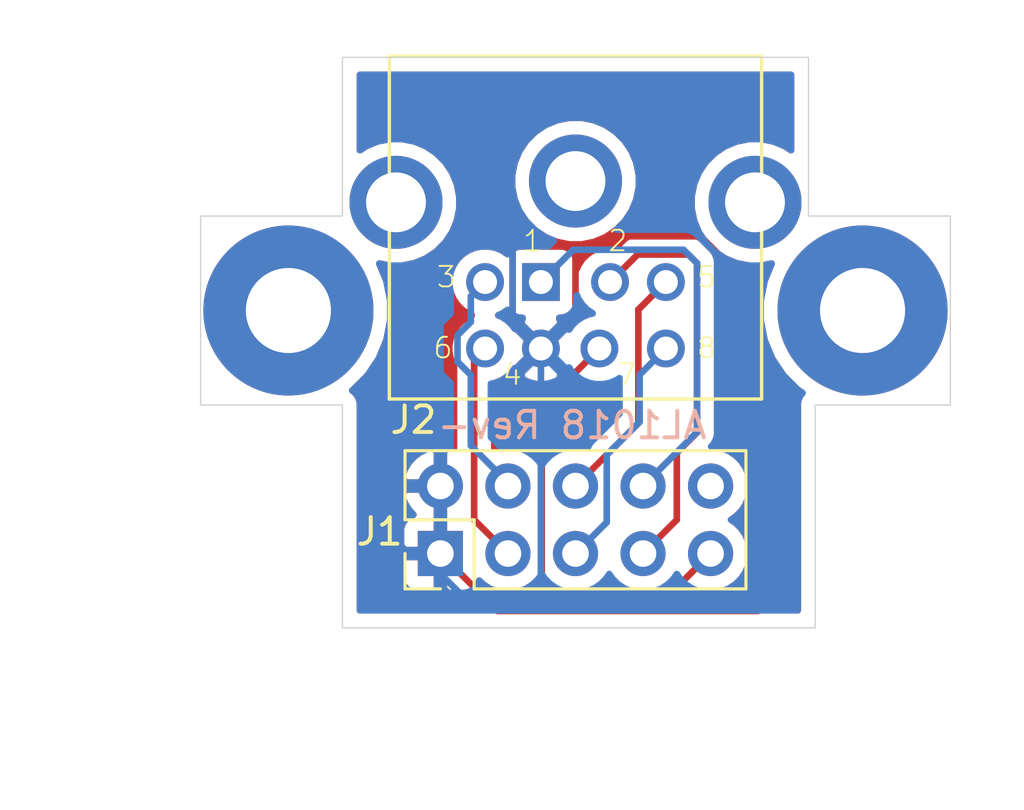
<source format=kicad_pcb>
(kicad_pcb (version 20171130) (host pcbnew 5.1.10-88a1d61d58~89~ubuntu20.04.1)

  (general
    (thickness 1.6)
    (drawings 13)
    (tracks 69)
    (zones 0)
    (modules 4)
    (nets 10)
  )

  (page A4)
  (layers
    (0 F.Cu signal)
    (31 B.Cu signal)
    (32 B.Adhes user)
    (33 F.Adhes user)
    (34 B.Paste user)
    (35 F.Paste user)
    (36 B.SilkS user)
    (37 F.SilkS user)
    (38 B.Mask user)
    (39 F.Mask user)
    (40 Dwgs.User user)
    (41 Cmts.User user)
    (42 Eco1.User user)
    (43 Eco2.User user)
    (44 Edge.Cuts user)
    (45 Margin user)
    (46 B.CrtYd user)
    (47 F.CrtYd user)
    (48 B.Fab user)
    (49 F.Fab user)
  )

  (setup
    (last_trace_width 0.25)
    (trace_clearance 0.2)
    (zone_clearance 0.508)
    (zone_45_only no)
    (trace_min 0.2)
    (via_size 0.8)
    (via_drill 0.4)
    (via_min_size 0.4)
    (via_min_drill 0.3)
    (uvia_size 0.3)
    (uvia_drill 0.1)
    (uvias_allowed no)
    (uvia_min_size 0.2)
    (uvia_min_drill 0.1)
    (edge_width 0.05)
    (segment_width 0.2)
    (pcb_text_width 0.3)
    (pcb_text_size 1.5 1.5)
    (mod_edge_width 0.12)
    (mod_text_size 1 1)
    (mod_text_width 0.15)
    (pad_size 1.524 1.524)
    (pad_drill 0.762)
    (pad_to_mask_clearance 0)
    (aux_axis_origin 0 0)
    (visible_elements FFFFFF7F)
    (pcbplotparams
      (layerselection 0x010fc_ffffffff)
      (usegerberextensions true)
      (usegerberattributes true)
      (usegerberadvancedattributes true)
      (creategerberjobfile true)
      (excludeedgelayer true)
      (linewidth 0.150000)
      (plotframeref false)
      (viasonmask false)
      (mode 1)
      (useauxorigin false)
      (hpglpennumber 1)
      (hpglpenspeed 20)
      (hpglpendiameter 15.000000)
      (psnegative false)
      (psa4output false)
      (plotreference true)
      (plotvalue false)
      (plotinvisibletext false)
      (padsonsilk false)
      (subtractmaskfromsilk false)
      (outputformat 1)
      (mirror false)
      (drillshape 0)
      (scaleselection 1)
      (outputdirectory "cam/"))
  )

  (net 0 "")
  (net 1 +5V)
  (net 2 /GPi)
  (net 3 /HSKo)
  (net 4 /HSKi)
  (net 5 /RXD-)
  (net 6 /RXD+)
  (net 7 /TXD-)
  (net 8 /TXD+)
  (net 9 GND)

  (net_class Default "This is the default net class."
    (clearance 0.2)
    (trace_width 0.25)
    (via_dia 0.8)
    (via_drill 0.4)
    (uvia_dia 0.3)
    (uvia_drill 0.1)
    (add_net +5V)
    (add_net /GPi)
    (add_net /HSKi)
    (add_net /HSKo)
    (add_net /RXD+)
    (add_net /RXD-)
    (add_net /TXD+)
    (add_net /TXD-)
    (add_net GND)
  )

  (module AL_Footprints:MINI_DIN8 (layer F.Cu) (tedit 6158B9D6) (tstamp 61544835)
    (at 66.929 34.753)
    (path /6154FF55)
    (fp_text reference J2 (at -7.0485 9.57) (layer F.SilkS)
      (effects (font (size 1 1) (thickness 0.15)) (justify left bottom))
    )
    (fp_text value Mini-DIN-8 (at -6.35 -2.59) (layer F.Fab)
      (effects (font (size 1.6891 1.6891) (thickness 0.16891)) (justify right bottom))
    )
    (fp_line (start -6.7 1.75) (end -6.95 1.75) (layer F.SilkS) (width 0.127))
    (fp_line (start -6.7 -0.25) (end -6.7 1.75) (layer F.SilkS) (width 0.127))
    (fp_line (start -7 -0.25) (end -6.7 -0.25) (layer F.SilkS) (width 0.127))
    (fp_line (start 6.7 1.75) (end 7 1.75) (layer F.SilkS) (width 0.127))
    (fp_line (start 6.7 -0.25) (end 6.7 1.75) (layer F.SilkS) (width 0.127))
    (fp_line (start 7 -0.25) (end 6.7 -0.25) (layer F.SilkS) (width 0.127))
    (fp_line (start 7 -0.25) (end 7 -4.7) (layer F.SilkS) (width 0.127))
    (fp_line (start 7 1.75) (end 7 -0.25) (layer F.SilkS) (width 0.127))
    (fp_line (start 7 8.2) (end 7 1.75) (layer F.SilkS) (width 0.127))
    (fp_line (start -7 8.2) (end 7 8.2) (layer F.SilkS) (width 0.127))
    (fp_line (start -7 -0.25) (end -7 8.2) (layer F.SilkS) (width 0.127))
    (fp_line (start -7 -4.7) (end -7 -0.25) (layer F.SilkS) (width 0.127))
    (fp_line (start 7 -4.7) (end -7 -4.7) (layer F.SilkS) (width 0.127))
    (fp_text user 4 (at -1.972 7.731 180) (layer F.SilkS)
      (effects (font (size 0.77216 0.77216) (thickness 0.065024)) (justify right bottom))
    )
    (fp_text user 4 (at -1.972 7.731 180) (layer F.SilkS)
      (effects (font (size 0.77216 0.77216) (thickness 0.065024)) (justify right bottom))
    )
    (fp_text user 7 (at 2.334 7.731 180) (layer F.SilkS)
      (effects (font (size 0.77216 0.77216) (thickness 0.065024)) (justify right bottom))
    )
    (fp_text user 7 (at 2.334 7.731 180) (layer F.SilkS)
      (effects (font (size 0.77216 0.77216) (thickness 0.065024)) (justify right bottom))
    )
    (fp_text user 2 (at 2 2.7 180) (layer F.SilkS)
      (effects (font (size 0.77216 0.77216) (thickness 0.065024)) (justify right bottom))
    )
    (fp_text user 5 (at 5.334 4.064 180) (layer F.SilkS)
      (effects (font (size 0.77216 0.77216) (thickness 0.065024)) (justify right bottom))
    )
    (fp_text user 6 (at -4.572 6.731 180) (layer F.SilkS)
      (effects (font (size 0.77216 0.77216) (thickness 0.065024)) (justify right bottom))
    )
    (fp_text user 1 (at -1.2 2.7 180) (layer F.SilkS)
      (effects (font (size 0.77216 0.77216) (thickness 0.065024)) (justify right bottom))
    )
    (fp_text user 3 (at -4.445 4.064 180) (layer F.SilkS)
      (effects (font (size 0.77216 0.77216) (thickness 0.065024)) (justify right bottom))
    )
    (fp_text user 8 (at 5.334 6.731 180) (layer F.SilkS)
      (effects (font (size 0.77216 0.77216) (thickness 0.065024)) (justify right bottom))
    )
    (fp_text user 8 (at 5.334 6.731 180) (layer F.SilkS)
      (effects (font (size 0.77216 0.77216) (thickness 0.065024)) (justify right bottom))
    )
    (fp_text user 6 (at -4.572 6.731 180) (layer F.SilkS)
      (effects (font (size 0.77216 0.77216) (thickness 0.065024)) (justify right bottom))
    )
    (fp_text user 5 (at 5.334 4.064 180) (layer F.SilkS)
      (effects (font (size 0.77216 0.77216) (thickness 0.065024)) (justify right bottom))
    )
    (fp_text user 3 (at -4.445 4.064 180) (layer F.SilkS)
      (effects (font (size 0.77216 0.77216) (thickness 0.065024)) (justify right bottom))
    )
    (fp_text user 2 (at 2 2.7 180) (layer F.SilkS)
      (effects (font (size 0.77216 0.77216) (thickness 0.065024)) (justify right bottom))
    )
    (fp_text user 1 (at -1.2 2.7 180) (layer F.SilkS)
      (effects (font (size 0.77216 0.77216) (thickness 0.065024)) (justify right bottom))
    )
    (pad 7 thru_hole circle (at 0.9 6.3) (size 1.4224 1.4224) (drill 0.9) (layers *.Cu *.Mask)
      (net 2 /GPi) (solder_mask_margin 0.0508))
    (pad 4 thru_hole circle (at -1.3 6.3) (size 1.4224 1.4224) (drill 0.9) (layers *.Cu *.Mask)
      (net 9 GND) (solder_mask_margin 0.0508))
    (pad 6 thru_hole circle (at -3.4 6.3) (size 1.4224 1.4224) (drill 0.9) (layers *.Cu *.Mask)
      (net 8 /TXD+) (solder_mask_margin 0.0508))
    (pad 8 thru_hole circle (at 3.4 6.3) (size 1.4224 1.4224) (drill 0.9) (layers *.Cu *.Mask)
      (net 6 /RXD+) (solder_mask_margin 0.0508))
    (pad 5 thru_hole circle (at 3.4 3.8) (size 1.4224 1.4224) (drill 0.9) (layers *.Cu *.Mask)
      (net 5 /RXD-) (solder_mask_margin 0.0508))
    (pad 3 thru_hole circle (at -3.4 3.8) (size 1.4224 1.4224) (drill 0.9) (layers *.Cu *.Mask)
      (net 7 /TXD-) (solder_mask_margin 0.0508))
    (pad 1 thru_hole rect (at -1.3 3.8) (size 1.4224 1.4224) (drill 0.9) (layers *.Cu *.Mask)
      (net 3 /HSKo) (solder_mask_margin 0.0508))
    (pad 2 thru_hole circle (at 1.3 3.8) (size 1.4224 1.4224) (drill 0.9) (layers *.Cu *.Mask)
      (net 4 /HSKi) (solder_mask_margin 0.0508))
    (pad SH2 thru_hole circle (at 0 0) (size 3.5 3.5) (drill 2.25) (layers *.Cu *.Mask)
      (solder_mask_margin 0.0508))
    (pad SH3 thru_hole circle (at -6.75 0.8) (size 3.5 3.5) (drill 2.25) (layers *.Cu *.Mask)
      (solder_mask_margin 0.0508))
    (pad SH1 thru_hole circle (at 6.75 0.8) (size 3.5 3.5) (drill 2.25) (layers *.Cu *.Mask)
      (solder_mask_margin 0.0508))
    (model "/home/jjlange/Nextcloud/Projects/KiCAD Libraries/packages3d/Mini-DIN-6P.step"
      (offset (xyz 0 4.75 6.75))
      (scale (xyz 1 1 1))
      (rotate (xyz 0 0 90))
    )
  )

  (module Connector_PinHeader_2.54mm:PinHeader_2x05_P2.54mm_Vertical (layer F.Cu) (tedit 59FED5CC) (tstamp 61544809)
    (at 61.849 48.768 90)
    (descr "Through hole straight pin header, 2x05, 2.54mm pitch, double rows")
    (tags "Through hole pin header THT 2x05 2.54mm double row")
    (path /61566F8C)
    (fp_text reference J1 (at 0.8255 -2.286) (layer F.SilkS)
      (effects (font (size 1 1) (thickness 0.15)))
    )
    (fp_text value Conn_02x05_Odd_Even (at 1.27 12.49 90) (layer F.Fab)
      (effects (font (size 1 1) (thickness 0.15)))
    )
    (fp_line (start 0 -1.27) (end 3.81 -1.27) (layer F.Fab) (width 0.1))
    (fp_line (start 3.81 -1.27) (end 3.81 11.43) (layer F.Fab) (width 0.1))
    (fp_line (start 3.81 11.43) (end -1.27 11.43) (layer F.Fab) (width 0.1))
    (fp_line (start -1.27 11.43) (end -1.27 0) (layer F.Fab) (width 0.1))
    (fp_line (start -1.27 0) (end 0 -1.27) (layer F.Fab) (width 0.1))
    (fp_line (start -1.33 11.49) (end 3.87 11.49) (layer F.SilkS) (width 0.12))
    (fp_line (start -1.33 1.27) (end -1.33 11.49) (layer F.SilkS) (width 0.12))
    (fp_line (start 3.87 -1.33) (end 3.87 11.49) (layer F.SilkS) (width 0.12))
    (fp_line (start -1.33 1.27) (end 1.27 1.27) (layer F.SilkS) (width 0.12))
    (fp_line (start 1.27 1.27) (end 1.27 -1.33) (layer F.SilkS) (width 0.12))
    (fp_line (start 1.27 -1.33) (end 3.87 -1.33) (layer F.SilkS) (width 0.12))
    (fp_line (start -1.33 0) (end -1.33 -1.33) (layer F.SilkS) (width 0.12))
    (fp_line (start -1.33 -1.33) (end 0 -1.33) (layer F.SilkS) (width 0.12))
    (fp_line (start -1.8 -1.8) (end -1.8 11.95) (layer F.CrtYd) (width 0.05))
    (fp_line (start -1.8 11.95) (end 4.35 11.95) (layer F.CrtYd) (width 0.05))
    (fp_line (start 4.35 11.95) (end 4.35 -1.8) (layer F.CrtYd) (width 0.05))
    (fp_line (start 4.35 -1.8) (end -1.8 -1.8) (layer F.CrtYd) (width 0.05))
    (fp_text user %R (at 1.27 5.08) (layer F.Fab)
      (effects (font (size 1 1) (thickness 0.15)))
    )
    (pad 10 thru_hole oval (at 2.54 10.16 90) (size 1.7 1.7) (drill 1) (layers *.Cu *.Mask)
      (net 1 +5V))
    (pad 9 thru_hole oval (at 0 10.16 90) (size 1.7 1.7) (drill 1) (layers *.Cu *.Mask)
      (net 2 /GPi))
    (pad 8 thru_hole oval (at 2.54 7.62 90) (size 1.7 1.7) (drill 1) (layers *.Cu *.Mask)
      (net 3 /HSKo))
    (pad 7 thru_hole oval (at 0 7.62 90) (size 1.7 1.7) (drill 1) (layers *.Cu *.Mask)
      (net 4 /HSKi))
    (pad 6 thru_hole oval (at 2.54 5.08 90) (size 1.7 1.7) (drill 1) (layers *.Cu *.Mask)
      (net 5 /RXD-))
    (pad 5 thru_hole oval (at 0 5.08 90) (size 1.7 1.7) (drill 1) (layers *.Cu *.Mask)
      (net 6 /RXD+))
    (pad 4 thru_hole oval (at 2.54 2.54 90) (size 1.7 1.7) (drill 1) (layers *.Cu *.Mask)
      (net 7 /TXD-))
    (pad 3 thru_hole oval (at 0 2.54 90) (size 1.7 1.7) (drill 1) (layers *.Cu *.Mask)
      (net 8 /TXD+))
    (pad 2 thru_hole oval (at 2.54 0 90) (size 1.7 1.7) (drill 1) (layers *.Cu *.Mask)
      (net 9 GND))
    (pad 1 thru_hole rect (at 0 0 90) (size 1.7 1.7) (drill 1) (layers *.Cu *.Mask)
      (net 9 GND))
    (model ${KISYS3DMOD}/Connector_PinHeader_2.54mm.3dshapes/PinHeader_2x05_P2.54mm_Vertical.wrl
      (at (xyz 0 0 0))
      (scale (xyz 1 1 1))
      (rotate (xyz 0 0 0))
    )
  )

  (module MountingHole:MountingHole_3.2mm_M3_Pad (layer F.Cu) (tedit 56D1B4CB) (tstamp 615447E9)
    (at 77.724 39.624)
    (descr "Mounting Hole 3.2mm, M3")
    (tags "mounting hole 3.2mm m3")
    (path /61552AA5)
    (attr virtual)
    (fp_text reference H2 (at 0 -4.2) (layer F.SilkS) hide
      (effects (font (size 1 1) (thickness 0.15)))
    )
    (fp_text value MountingHole (at 0 4.2) (layer F.Fab)
      (effects (font (size 1 1) (thickness 0.15)))
    )
    (fp_circle (center 0 0) (end 3.2 0) (layer Cmts.User) (width 0.15))
    (fp_circle (center 0 0) (end 3.45 0) (layer F.CrtYd) (width 0.05))
    (fp_text user %R (at 0.3 0) (layer F.Fab)
      (effects (font (size 1 1) (thickness 0.15)))
    )
    (pad 1 thru_hole circle (at 0 0) (size 6.4 6.4) (drill 3.2) (layers *.Cu *.Mask))
  )

  (module MountingHole:MountingHole_3.2mm_M3_Pad (layer F.Cu) (tedit 56D1B4CB) (tstamp 615449E2)
    (at 56.134 39.624)
    (descr "Mounting Hole 3.2mm, M3")
    (tags "mounting hole 3.2mm m3")
    (path /61552449)
    (attr virtual)
    (fp_text reference H1 (at 0 -4.2) (layer F.SilkS) hide
      (effects (font (size 1 1) (thickness 0.15)))
    )
    (fp_text value MountingHole (at 0 4.2) (layer F.Fab)
      (effects (font (size 1 1) (thickness 0.15)))
    )
    (fp_circle (center 0 0) (end 3.2 0) (layer Cmts.User) (width 0.15))
    (fp_circle (center 0 0) (end 3.45 0) (layer F.CrtYd) (width 0.05))
    (fp_text user %R (at 0.3 0) (layer F.Fab)
      (effects (font (size 1 1) (thickness 0.15)))
    )
    (pad 1 thru_hole circle (at 0 0) (size 6.4 6.4) (drill 3.2) (layers *.Cu *.Mask))
  )

  (gr_text "AL1018 Rev-" (at 66.802 43.942) (layer B.SilkS)
    (effects (font (size 1 1) (thickness 0.15)) (justify mirror))
  )
  (gr_line (start 58.166 36.068) (end 58.166 30.099) (layer Edge.Cuts) (width 0.05) (tstamp 6154488E))
  (gr_line (start 52.832 36.068) (end 58.166 36.068) (layer Edge.Cuts) (width 0.05))
  (gr_line (start 52.832 43.18) (end 52.832 36.068) (layer Edge.Cuts) (width 0.05))
  (gr_line (start 58.166 43.18) (end 52.832 43.18) (layer Edge.Cuts) (width 0.05))
  (gr_line (start 58.166 51.562) (end 58.166 43.18) (layer Edge.Cuts) (width 0.05))
  (gr_line (start 75.946 51.562) (end 58.166 51.562) (layer Edge.Cuts) (width 0.05))
  (gr_line (start 75.946 43.18) (end 75.946 51.562) (layer Edge.Cuts) (width 0.05))
  (gr_line (start 81.026 43.18) (end 75.946 43.18) (layer Edge.Cuts) (width 0.05))
  (gr_line (start 81.026 36.068) (end 81.026 43.18) (layer Edge.Cuts) (width 0.05))
  (gr_line (start 75.692 36.068) (end 81.026 36.068) (layer Edge.Cuts) (width 0.05))
  (gr_line (start 75.692 30.099) (end 75.692 36.068) (layer Edge.Cuts) (width 0.05))
  (gr_line (start 58.166 30.099) (end 75.692 30.099) (layer Edge.Cuts) (width 0.05))

  (segment (start 70.485 50.292) (end 72.009 48.768) (width 0.25) (layer F.Cu) (net 2))
  (segment (start 66.04 50.292) (end 70.485 50.292) (width 0.25) (layer F.Cu) (net 2))
  (segment (start 65.659 43.223) (end 65.659 49.911) (width 0.25) (layer F.Cu) (net 2))
  (segment (start 65.659 49.911) (end 66.04 50.292) (width 0.25) (layer F.Cu) (net 2))
  (segment (start 67.829 41.053) (end 65.659 43.223) (width 0.25) (layer F.Cu) (net 2))
  (segment (start 66.844 37.338) (end 65.629 38.553) (width 0.25) (layer B.Cu) (net 3))
  (segment (start 70.993 37.338) (end 66.844 37.338) (width 0.25) (layer B.Cu) (net 3))
  (segment (start 71.501 37.846) (end 70.993 37.338) (width 0.25) (layer B.Cu) (net 3))
  (segment (start 71.501 44.196) (end 71.501 37.846) (width 0.25) (layer B.Cu) (net 3))
  (segment (start 69.469 46.228) (end 71.501 44.196) (width 0.25) (layer B.Cu) (net 3))
  (segment (start 71.171799 37.516799) (end 71.501 37.846) (width 0.25) (layer F.Cu) (net 4))
  (segment (start 70.739 44.977499) (end 70.739 47.498) (width 0.25) (layer F.Cu) (net 4))
  (segment (start 71.501 44.215499) (end 70.739 44.977499) (width 0.25) (layer F.Cu) (net 4))
  (segment (start 68.229 38.553) (end 69.265201 37.516799) (width 0.25) (layer F.Cu) (net 4))
  (segment (start 70.739 47.498) (end 69.469 48.768) (width 0.25) (layer F.Cu) (net 4))
  (segment (start 69.265201 37.516799) (end 71.171799 37.516799) (width 0.25) (layer F.Cu) (net 4))
  (segment (start 71.501 37.846) (end 71.501 44.215499) (width 0.25) (layer F.Cu) (net 4))
  (segment (start 69.292799 43.864201) (end 69.292799 39.589201) (width 0.25) (layer F.Cu) (net 5))
  (segment (start 69.292799 39.589201) (end 70.329 38.553) (width 0.25) (layer F.Cu) (net 5))
  (segment (start 66.929 46.228) (end 69.292799 43.864201) (width 0.25) (layer F.Cu) (net 5))
  (segment (start 69.342 42.04) (end 70.329 41.053) (width 0.25) (layer B.Cu) (net 6))
  (segment (start 68.104001 45.052999) (end 69.342 43.815) (width 0.25) (layer B.Cu) (net 6))
  (segment (start 69.342 43.815) (end 69.342 42.04) (width 0.25) (layer B.Cu) (net 6))
  (segment (start 68.104001 47.592999) (end 68.104001 45.052999) (width 0.25) (layer B.Cu) (net 6))
  (segment (start 66.929 48.768) (end 68.104001 47.592999) (width 0.25) (layer B.Cu) (net 6))
  (segment (start 62.992 39.09) (end 63.529 38.553) (width 0.25) (layer B.Cu) (net 7))
  (segment (start 62.492799 40.555623) (end 62.992 40.056422) (width 0.25) (layer B.Cu) (net 7))
  (segment (start 62.492799 41.550377) (end 62.492799 40.555623) (width 0.25) (layer B.Cu) (net 7))
  (segment (start 62.992 44.704) (end 62.992 42.049578) (width 0.25) (layer B.Cu) (net 7))
  (segment (start 62.992 42.049578) (end 62.492799 41.550377) (width 0.25) (layer B.Cu) (net 7))
  (segment (start 64.389 46.101) (end 62.992 44.704) (width 0.25) (layer B.Cu) (net 7))
  (segment (start 62.992 40.056422) (end 62.992 39.09) (width 0.25) (layer B.Cu) (net 7))
  (segment (start 64.389 46.228) (end 64.389 46.101) (width 0.25) (layer B.Cu) (net 7))
  (segment (start 63.119 47.498) (end 64.389 48.768) (width 0.25) (layer F.Cu) (net 8))
  (segment (start 63.119 41.463) (end 63.119 47.498) (width 0.25) (layer F.Cu) (net 8))
  (segment (start 63.529 41.053) (end 63.119 41.463) (width 0.25) (layer F.Cu) (net 8))
  (segment (start 61.849 46.228) (end 61.849 48.768) (width 0.25) (layer B.Cu) (net 9))
  (segment (start 65.151 50.292) (end 65.629 49.814) (width 0.25) (layer B.Cu) (net 9))
  (segment (start 65.629 49.814) (end 65.629 41.053) (width 0.25) (layer B.Cu) (net 9))
  (segment (start 62.611 50.292) (end 65.151 50.292) (width 0.25) (layer B.Cu) (net 9))
  (segment (start 61.849 49.53) (end 62.611 50.292) (width 0.25) (layer B.Cu) (net 9))
  (segment (start 61.849 48.768) (end 61.849 49.53) (width 0.25) (layer B.Cu) (net 9))
  (segment (start 66.929 39.753) (end 66.929 37.211) (width 0.25) (layer F.Cu) (net 9))
  (segment (start 65.629 41.053) (end 66.929 39.753) (width 0.25) (layer F.Cu) (net 9))
  (segment (start 66.929 37.211) (end 64.643 37.211) (width 0.25) (layer F.Cu) (net 9))
  (segment (start 64.565201 39.989201) (end 65.629 41.053) (width 0.25) (layer F.Cu) (net 9))
  (segment (start 64.565201 37.288799) (end 64.565201 39.989201) (width 0.25) (layer F.Cu) (net 9))
  (segment (start 64.643 37.211) (end 64.565201 37.288799) (width 0.25) (layer F.Cu) (net 9))
  (segment (start 64.643 37.211) (end 62.738 37.211) (width 0.25) (layer F.Cu) (net 9))
  (segment (start 61.849 38.1) (end 61.849 46.228) (width 0.25) (layer F.Cu) (net 9))
  (segment (start 62.738 37.211) (end 61.849 38.1) (width 0.25) (layer F.Cu) (net 9))
  (segment (start 61.849 46.228) (end 61.849 48.768) (width 0.25) (layer F.Cu) (net 9))
  (segment (start 64.565201 37.288799) (end 64.487402 37.211) (width 0.25) (layer B.Cu) (net 9))
  (segment (start 64.565201 39.890799) (end 64.565201 37.288799) (width 0.25) (layer B.Cu) (net 9))
  (segment (start 61.849 38.1) (end 61.849 46.228) (width 0.25) (layer B.Cu) (net 9))
  (segment (start 62.738 37.211) (end 61.849 38.1) (width 0.25) (layer B.Cu) (net 9))
  (segment (start 64.487402 37.211) (end 62.738 37.211) (width 0.25) (layer B.Cu) (net 9))
  (segment (start 64.516 39.94) (end 64.565201 39.890799) (width 0.25) (layer B.Cu) (net 9))
  (segment (start 65.629 41.053) (end 64.516 39.94) (width 0.25) (layer B.Cu) (net 9))
  (segment (start 68.326 37.211) (end 67.183 37.211) (width 0.25) (layer F.Cu) (net 9))
  (segment (start 67.183 37.211) (end 66.929 37.211) (width 0.25) (layer F.Cu) (net 9))
  (segment (start 68.707 36.83) (end 68.326 37.211) (width 0.25) (layer F.Cu) (net 9))
  (segment (start 71.628 36.83) (end 68.707 36.83) (width 0.25) (layer F.Cu) (net 9))
  (segment (start 73.025 38.227) (end 71.628 36.83) (width 0.25) (layer F.Cu) (net 9))
  (segment (start 73.025 42.418) (end 73.025 38.227) (width 0.25) (layer F.Cu) (net 9))
  (segment (start 73.787 43.18) (end 73.025 42.418) (width 0.25) (layer F.Cu) (net 9))
  (segment (start 73.787 50.927) (end 73.787 43.18) (width 0.25) (layer F.Cu) (net 9))
  (segment (start 64.008 50.927) (end 73.787 50.927) (width 0.25) (layer F.Cu) (net 9))
  (segment (start 61.849 48.768) (end 64.008 50.927) (width 0.25) (layer F.Cu) (net 9))

  (zone (net 9) (net_name GND) (layer B.Cu) (tstamp 6158C0A7) (hatch edge 0.508)
    (connect_pads (clearance 0.508))
    (min_thickness 0.254)
    (fill yes (arc_segments 32) (thermal_gap 0.508) (thermal_bridge_width 0.508))
    (polygon
      (pts
        (xy 83.82 58.42) (xy 49.276 58.42) (xy 49.276 27.94) (xy 83.82 27.94)
      )
    )
    (filled_polygon
      (pts
        (xy 75.032001 33.588631) (xy 74.808721 33.43944) (xy 74.374679 33.259654) (xy 73.913902 33.168) (xy 73.444098 33.168)
        (xy 72.983321 33.259654) (xy 72.549279 33.43944) (xy 72.158651 33.70045) (xy 71.82645 34.032651) (xy 71.56544 34.423279)
        (xy 71.385654 34.857321) (xy 71.294 35.318098) (xy 71.294 35.787902) (xy 71.385654 36.248679) (xy 71.56544 36.682721)
        (xy 71.82645 37.073349) (xy 72.158651 37.40555) (xy 72.549279 37.66656) (xy 72.983321 37.846346) (xy 73.444098 37.938)
        (xy 73.913902 37.938) (xy 74.303489 37.860507) (xy 74.036377 38.505372) (xy 73.889 39.246285) (xy 73.889 40.001715)
        (xy 74.036377 40.742628) (xy 74.325467 41.440554) (xy 74.745161 42.06867) (xy 75.27933 42.602839) (xy 75.464384 42.726488)
        (xy 75.394575 42.81155) (xy 75.33329 42.926207) (xy 75.29555 43.050617) (xy 75.282807 43.18) (xy 75.286 43.212418)
        (xy 75.286001 50.902) (xy 58.826 50.902) (xy 58.826 49.618) (xy 60.360928 49.618) (xy 60.373188 49.742482)
        (xy 60.409498 49.86218) (xy 60.468463 49.972494) (xy 60.547815 50.069185) (xy 60.644506 50.148537) (xy 60.75482 50.207502)
        (xy 60.874518 50.243812) (xy 60.999 50.256072) (xy 61.56325 50.253) (xy 61.722 50.09425) (xy 61.722 48.895)
        (xy 60.52275 48.895) (xy 60.364 49.05375) (xy 60.360928 49.618) (xy 58.826 49.618) (xy 58.826 47.918)
        (xy 60.360928 47.918) (xy 60.364 48.48225) (xy 60.52275 48.641) (xy 61.722 48.641) (xy 61.722 46.355)
        (xy 60.528186 46.355) (xy 60.407519 46.584891) (xy 60.504843 46.859252) (xy 60.653822 47.109355) (xy 60.830626 47.305502)
        (xy 60.75482 47.328498) (xy 60.644506 47.387463) (xy 60.547815 47.466815) (xy 60.468463 47.563506) (xy 60.409498 47.67382)
        (xy 60.373188 47.793518) (xy 60.360928 47.918) (xy 58.826 47.918) (xy 58.826 45.871109) (xy 60.407519 45.871109)
        (xy 60.528186 46.101) (xy 61.722 46.101) (xy 61.722 44.907845) (xy 61.49211 44.786524) (xy 61.344901 44.831175)
        (xy 61.08208 44.956359) (xy 60.848731 45.130412) (xy 60.653822 45.346645) (xy 60.504843 45.596748) (xy 60.407519 45.871109)
        (xy 58.826 45.871109) (xy 58.826 43.212418) (xy 58.829193 43.18) (xy 58.81645 43.050617) (xy 58.77871 42.926207)
        (xy 58.717425 42.81155) (xy 58.634948 42.711052) (xy 58.53701 42.630676) (xy 58.57867 42.602839) (xy 59.112839 42.06867)
        (xy 59.532533 41.440554) (xy 59.821623 40.742628) (xy 59.85882 40.555623) (xy 61.729123 40.555623) (xy 61.7328 40.592955)
        (xy 61.732799 41.513054) (xy 61.729123 41.550377) (xy 61.732799 41.587699) (xy 61.732799 41.587709) (xy 61.743796 41.699362)
        (xy 61.775133 41.802668) (xy 61.787253 41.842623) (xy 61.857825 41.974653) (xy 61.864079 41.982273) (xy 61.952798 42.090378)
        (xy 61.981802 42.114181) (xy 62.232001 42.36438) (xy 62.232 44.666677) (xy 62.228324 44.704) (xy 62.232 44.741322)
        (xy 62.232 44.741332) (xy 62.237392 44.796079) (xy 62.20589 44.786524) (xy 61.976 44.907845) (xy 61.976 46.101)
        (xy 61.996 46.101) (xy 61.996 46.355) (xy 61.976 46.355) (xy 61.976 48.641) (xy 61.996 48.641)
        (xy 61.996 48.895) (xy 61.976 48.895) (xy 61.976 50.09425) (xy 62.13475 50.253) (xy 62.699 50.256072)
        (xy 62.823482 50.243812) (xy 62.94318 50.207502) (xy 63.053494 50.148537) (xy 63.150185 50.069185) (xy 63.229537 49.972494)
        (xy 63.288502 49.86218) (xy 63.310513 49.78962) (xy 63.442368 49.921475) (xy 63.685589 50.08399) (xy 63.955842 50.195932)
        (xy 64.24274 50.253) (xy 64.53526 50.253) (xy 64.822158 50.195932) (xy 65.092411 50.08399) (xy 65.335632 49.921475)
        (xy 65.542475 49.714632) (xy 65.659 49.54024) (xy 65.775525 49.714632) (xy 65.982368 49.921475) (xy 66.225589 50.08399)
        (xy 66.495842 50.195932) (xy 66.78274 50.253) (xy 67.07526 50.253) (xy 67.362158 50.195932) (xy 67.632411 50.08399)
        (xy 67.875632 49.921475) (xy 68.082475 49.714632) (xy 68.199 49.54024) (xy 68.315525 49.714632) (xy 68.522368 49.921475)
        (xy 68.765589 50.08399) (xy 69.035842 50.195932) (xy 69.32274 50.253) (xy 69.61526 50.253) (xy 69.902158 50.195932)
        (xy 70.172411 50.08399) (xy 70.415632 49.921475) (xy 70.622475 49.714632) (xy 70.739 49.54024) (xy 70.855525 49.714632)
        (xy 71.062368 49.921475) (xy 71.305589 50.08399) (xy 71.575842 50.195932) (xy 71.86274 50.253) (xy 72.15526 50.253)
        (xy 72.442158 50.195932) (xy 72.712411 50.08399) (xy 72.955632 49.921475) (xy 73.162475 49.714632) (xy 73.32499 49.471411)
        (xy 73.436932 49.201158) (xy 73.494 48.91426) (xy 73.494 48.62174) (xy 73.436932 48.334842) (xy 73.32499 48.064589)
        (xy 73.162475 47.821368) (xy 72.955632 47.614525) (xy 72.78124 47.498) (xy 72.955632 47.381475) (xy 73.162475 47.174632)
        (xy 73.32499 46.931411) (xy 73.436932 46.661158) (xy 73.494 46.37426) (xy 73.494 46.08174) (xy 73.436932 45.794842)
        (xy 73.32499 45.524589) (xy 73.162475 45.281368) (xy 72.955632 45.074525) (xy 72.712411 44.91201) (xy 72.442158 44.800068)
        (xy 72.15526 44.743) (xy 72.032473 44.743) (xy 72.041001 44.736001) (xy 72.129042 44.628723) (xy 72.135974 44.620277)
        (xy 72.206546 44.488247) (xy 72.229749 44.411754) (xy 72.250003 44.344986) (xy 72.261 44.233333) (xy 72.261 44.233323)
        (xy 72.264676 44.196) (xy 72.261 44.158677) (xy 72.261 37.883322) (xy 72.264676 37.845999) (xy 72.261 37.808676)
        (xy 72.261 37.808667) (xy 72.250003 37.697014) (xy 72.206546 37.553753) (xy 72.135974 37.421724) (xy 72.041001 37.305999)
        (xy 72.012002 37.2822) (xy 71.556803 36.827002) (xy 71.533001 36.797999) (xy 71.417276 36.703026) (xy 71.285247 36.632454)
        (xy 71.141986 36.588997) (xy 71.030333 36.578) (xy 71.030322 36.578) (xy 70.993 36.574324) (xy 70.955678 36.578)
        (xy 68.476899 36.578) (xy 68.78155 36.273349) (xy 69.04256 35.882721) (xy 69.222346 35.448679) (xy 69.314 34.987902)
        (xy 69.314 34.518098) (xy 69.222346 34.057321) (xy 69.04256 33.623279) (xy 68.78155 33.232651) (xy 68.449349 32.90045)
        (xy 68.058721 32.63944) (xy 67.624679 32.459654) (xy 67.163902 32.368) (xy 66.694098 32.368) (xy 66.233321 32.459654)
        (xy 65.799279 32.63944) (xy 65.408651 32.90045) (xy 65.07645 33.232651) (xy 64.81544 33.623279) (xy 64.635654 34.057321)
        (xy 64.544 34.518098) (xy 64.544 34.987902) (xy 64.635654 35.448679) (xy 64.81544 35.882721) (xy 65.07645 36.273349)
        (xy 65.408651 36.60555) (xy 65.799279 36.86656) (xy 66.111367 36.995831) (xy 65.90347 37.203728) (xy 64.9178 37.203728)
        (xy 64.793318 37.215988) (xy 64.67362 37.252298) (xy 64.563306 37.311263) (xy 64.466615 37.390615) (xy 64.387263 37.487306)
        (xy 64.379344 37.50212) (xy 64.166665 37.360013) (xy 63.921672 37.258533) (xy 63.661589 37.2068) (xy 63.396411 37.2068)
        (xy 63.136328 37.258533) (xy 62.891335 37.360013) (xy 62.670847 37.507338) (xy 62.483338 37.694847) (xy 62.336013 37.915335)
        (xy 62.234533 38.160328) (xy 62.1828 38.420411) (xy 62.1828 38.685589) (xy 62.234533 38.945672) (xy 62.241001 38.961288)
        (xy 62.232001 39.052667) (xy 62.228324 39.09) (xy 62.232001 39.127332) (xy 62.232 39.741621) (xy 61.981797 39.991824)
        (xy 61.952799 40.015622) (xy 61.929001 40.04462) (xy 61.929 40.044621) (xy 61.857825 40.131347) (xy 61.787253 40.263377)
        (xy 61.743797 40.406638) (xy 61.729123 40.555623) (xy 59.85882 40.555623) (xy 59.969 40.001715) (xy 59.969 39.246285)
        (xy 59.821623 38.505372) (xy 59.554511 37.860507) (xy 59.944098 37.938) (xy 60.413902 37.938) (xy 60.874679 37.846346)
        (xy 61.308721 37.66656) (xy 61.699349 37.40555) (xy 62.03155 37.073349) (xy 62.29256 36.682721) (xy 62.472346 36.248679)
        (xy 62.564 35.787902) (xy 62.564 35.318098) (xy 62.472346 34.857321) (xy 62.29256 34.423279) (xy 62.03155 34.032651)
        (xy 61.699349 33.70045) (xy 61.308721 33.43944) (xy 60.874679 33.259654) (xy 60.413902 33.168) (xy 59.944098 33.168)
        (xy 59.483321 33.259654) (xy 59.049279 33.43944) (xy 58.826 33.588631) (xy 58.826 30.759) (xy 75.032 30.759)
      )
    )
    (filled_polygon
      (pts
        (xy 67.036013 39.190665) (xy 67.183338 39.411153) (xy 67.370847 39.598662) (xy 67.570246 39.731896) (xy 67.436328 39.758533)
        (xy 67.191335 39.860013) (xy 66.970847 40.007338) (xy 66.783338 40.194847) (xy 66.688348 40.337009) (xy 66.558273 40.303332)
        (xy 65.808605 41.053) (xy 66.558273 41.802668) (xy 66.688348 41.768991) (xy 66.783338 41.911153) (xy 66.970847 42.098662)
        (xy 67.191335 42.245987) (xy 67.436328 42.347467) (xy 67.696411 42.3992) (xy 67.961589 42.3992) (xy 68.221672 42.347467)
        (xy 68.466665 42.245987) (xy 68.582001 42.168922) (xy 68.582 43.500198) (xy 67.592999 44.4892) (xy 67.564001 44.512998)
        (xy 67.540203 44.541996) (xy 67.540202 44.541997) (xy 67.469027 44.628723) (xy 67.398455 44.760753) (xy 67.383809 44.809036)
        (xy 67.362158 44.800068) (xy 67.07526 44.743) (xy 66.78274 44.743) (xy 66.495842 44.800068) (xy 66.225589 44.91201)
        (xy 65.982368 45.074525) (xy 65.775525 45.281368) (xy 65.659 45.45576) (xy 65.542475 45.281368) (xy 65.335632 45.074525)
        (xy 65.092411 44.91201) (xy 64.822158 44.800068) (xy 64.53526 44.743) (xy 64.24274 44.743) (xy 64.128521 44.76572)
        (xy 63.752 44.389199) (xy 63.752 42.381216) (xy 63.921672 42.347467) (xy 64.166665 42.245987) (xy 64.387153 42.098662)
        (xy 64.503542 41.982273) (xy 64.879332 41.982273) (xy 64.940152 42.217183) (xy 65.180509 42.329202) (xy 65.438102 42.392176)
        (xy 65.70303 42.403687) (xy 65.965113 42.363291) (xy 66.21428 42.272542) (xy 66.317848 42.217183) (xy 66.378668 41.982273)
        (xy 65.629 41.232605) (xy 64.879332 41.982273) (xy 64.503542 41.982273) (xy 64.574662 41.911153) (xy 64.654903 41.791063)
        (xy 64.699727 41.802668) (xy 65.449395 41.053) (xy 64.699727 40.303332) (xy 64.654903 40.314937) (xy 64.574662 40.194847)
        (xy 64.387153 40.007338) (xy 64.166665 39.860013) (xy 64.029024 39.803) (xy 64.166665 39.745987) (xy 64.379344 39.60388)
        (xy 64.387263 39.618694) (xy 64.466615 39.715385) (xy 64.563306 39.794737) (xy 64.67362 39.853702) (xy 64.793318 39.890012)
        (xy 64.9178 39.902272) (xy 64.936668 39.902272) (xy 64.879332 40.123727) (xy 65.629 40.873395) (xy 66.378668 40.123727)
        (xy 66.321332 39.902272) (xy 66.3402 39.902272) (xy 66.464682 39.890012) (xy 66.58438 39.853702) (xy 66.694694 39.794737)
        (xy 66.791385 39.715385) (xy 66.870737 39.618694) (xy 66.929702 39.50838) (xy 66.966012 39.388682) (xy 66.978272 39.2642)
        (xy 66.978272 39.051267)
      )
    )
  )
  (zone (net 9) (net_name GND) (layer F.Cu) (tstamp 6158C0A4) (hatch edge 0.508)
    (connect_pads (clearance 0.508))
    (min_thickness 0.254)
    (fill yes (arc_segments 32) (thermal_gap 0.508) (thermal_bridge_width 0.508))
    (polygon
      (pts
        (xy 83.82 58.42) (xy 49.276 58.42) (xy 49.276 27.94) (xy 83.82 27.94)
      )
    )
    (filled_polygon
      (pts
        (xy 75.032001 33.588631) (xy 74.808721 33.43944) (xy 74.374679 33.259654) (xy 73.913902 33.168) (xy 73.444098 33.168)
        (xy 72.983321 33.259654) (xy 72.549279 33.43944) (xy 72.158651 33.70045) (xy 71.82645 34.032651) (xy 71.56544 34.423279)
        (xy 71.385654 34.857321) (xy 71.294 35.318098) (xy 71.294 35.787902) (xy 71.385654 36.248679) (xy 71.56544 36.682721)
        (xy 71.82645 37.073349) (xy 72.158651 37.40555) (xy 72.549279 37.66656) (xy 72.983321 37.846346) (xy 73.444098 37.938)
        (xy 73.913902 37.938) (xy 74.303489 37.860507) (xy 74.036377 38.505372) (xy 73.889 39.246285) (xy 73.889 40.001715)
        (xy 74.036377 40.742628) (xy 74.325467 41.440554) (xy 74.745161 42.06867) (xy 75.27933 42.602839) (xy 75.464384 42.726488)
        (xy 75.394575 42.81155) (xy 75.33329 42.926207) (xy 75.29555 43.050617) (xy 75.282807 43.18) (xy 75.286 43.212418)
        (xy 75.286001 50.902) (xy 70.939707 50.902) (xy 71.025001 50.832001) (xy 71.048803 50.802998) (xy 71.642592 50.20921)
        (xy 71.86274 50.253) (xy 72.15526 50.253) (xy 72.442158 50.195932) (xy 72.712411 50.08399) (xy 72.955632 49.921475)
        (xy 73.162475 49.714632) (xy 73.32499 49.471411) (xy 73.436932 49.201158) (xy 73.494 48.91426) (xy 73.494 48.62174)
        (xy 73.436932 48.334842) (xy 73.32499 48.064589) (xy 73.162475 47.821368) (xy 72.955632 47.614525) (xy 72.78124 47.498)
        (xy 72.955632 47.381475) (xy 73.162475 47.174632) (xy 73.32499 46.931411) (xy 73.436932 46.661158) (xy 73.494 46.37426)
        (xy 73.494 46.08174) (xy 73.436932 45.794842) (xy 73.32499 45.524589) (xy 73.162475 45.281368) (xy 72.955632 45.074525)
        (xy 72.712411 44.91201) (xy 72.442158 44.800068) (xy 72.15526 44.743) (xy 72.051259 44.743) (xy 72.135974 44.639775)
        (xy 72.206546 44.507746) (xy 72.250003 44.364485) (xy 72.261 44.252832) (xy 72.261 44.252824) (xy 72.264676 44.215499)
        (xy 72.261 44.178174) (xy 72.261 37.883333) (xy 72.264677 37.846) (xy 72.250003 37.697014) (xy 72.206546 37.553753)
        (xy 72.171029 37.487306) (xy 72.135974 37.421724) (xy 72.041001 37.305999) (xy 72.011998 37.282197) (xy 71.735603 37.005802)
        (xy 71.7118 36.976798) (xy 71.596075 36.881825) (xy 71.464046 36.811253) (xy 71.320785 36.767796) (xy 71.209132 36.756799)
        (xy 71.209121 36.756799) (xy 71.171799 36.753123) (xy 71.134477 36.756799) (xy 69.302534 36.756799) (xy 69.265201 36.753122)
        (xy 69.227868 36.756799) (xy 69.116215 36.767796) (xy 68.972954 36.811253) (xy 68.840925 36.881825) (xy 68.7252 36.976798)
        (xy 68.701402 37.005796) (xy 68.477369 37.22983) (xy 68.361589 37.2068) (xy 68.096411 37.2068) (xy 67.836328 37.258533)
        (xy 67.591335 37.360013) (xy 67.370847 37.507338) (xy 67.183338 37.694847) (xy 67.036013 37.915335) (xy 66.978272 38.054733)
        (xy 66.978272 37.8418) (xy 66.966012 37.717318) (xy 66.929702 37.59762) (xy 66.870737 37.487306) (xy 66.791385 37.390615)
        (xy 66.694694 37.311263) (xy 66.58438 37.252298) (xy 66.464682 37.215988) (xy 66.3402 37.203728) (xy 64.9178 37.203728)
        (xy 64.793318 37.215988) (xy 64.67362 37.252298) (xy 64.563306 37.311263) (xy 64.466615 37.390615) (xy 64.387263 37.487306)
        (xy 64.379344 37.50212) (xy 64.166665 37.360013) (xy 63.921672 37.258533) (xy 63.661589 37.2068) (xy 63.396411 37.2068)
        (xy 63.136328 37.258533) (xy 62.891335 37.360013) (xy 62.670847 37.507338) (xy 62.483338 37.694847) (xy 62.336013 37.915335)
        (xy 62.234533 38.160328) (xy 62.1828 38.420411) (xy 62.1828 38.685589) (xy 62.234533 38.945672) (xy 62.336013 39.190665)
        (xy 62.483338 39.411153) (xy 62.670847 39.598662) (xy 62.891335 39.745987) (xy 63.028976 39.803) (xy 62.891335 39.860013)
        (xy 62.670847 40.007338) (xy 62.483338 40.194847) (xy 62.336013 40.415335) (xy 62.234533 40.660328) (xy 62.1828 40.920411)
        (xy 62.1828 41.185589) (xy 62.234533 41.445672) (xy 62.336013 41.690665) (xy 62.359 41.725068) (xy 62.359001 44.833986)
        (xy 62.353099 44.831175) (xy 62.20589 44.786524) (xy 61.976 44.907845) (xy 61.976 46.101) (xy 61.996 46.101)
        (xy 61.996 46.355) (xy 61.976 46.355) (xy 61.976 48.641) (xy 61.996 48.641) (xy 61.996 48.895)
        (xy 61.976 48.895) (xy 61.976 50.09425) (xy 62.13475 50.253) (xy 62.699 50.256072) (xy 62.823482 50.243812)
        (xy 62.94318 50.207502) (xy 63.053494 50.148537) (xy 63.150185 50.069185) (xy 63.229537 49.972494) (xy 63.288502 49.86218)
        (xy 63.310513 49.78962) (xy 63.442368 49.921475) (xy 63.685589 50.08399) (xy 63.955842 50.195932) (xy 64.24274 50.253)
        (xy 64.53526 50.253) (xy 64.822158 50.195932) (xy 64.936828 50.148434) (xy 64.953454 50.203246) (xy 65.024026 50.335276)
        (xy 65.095201 50.422002) (xy 65.119 50.451001) (xy 65.147998 50.474799) (xy 65.476196 50.802997) (xy 65.499999 50.832001)
        (xy 65.585293 50.902) (xy 58.826 50.902) (xy 58.826 49.618) (xy 60.360928 49.618) (xy 60.373188 49.742482)
        (xy 60.409498 49.86218) (xy 60.468463 49.972494) (xy 60.547815 50.069185) (xy 60.644506 50.148537) (xy 60.75482 50.207502)
        (xy 60.874518 50.243812) (xy 60.999 50.256072) (xy 61.56325 50.253) (xy 61.722 50.09425) (xy 61.722 48.895)
        (xy 60.52275 48.895) (xy 60.364 49.05375) (xy 60.360928 49.618) (xy 58.826 49.618) (xy 58.826 47.918)
        (xy 60.360928 47.918) (xy 60.364 48.48225) (xy 60.52275 48.641) (xy 61.722 48.641) (xy 61.722 46.355)
        (xy 60.528186 46.355) (xy 60.407519 46.584891) (xy 60.504843 46.859252) (xy 60.653822 47.109355) (xy 60.830626 47.305502)
        (xy 60.75482 47.328498) (xy 60.644506 47.387463) (xy 60.547815 47.466815) (xy 60.468463 47.563506) (xy 60.409498 47.67382)
        (xy 60.373188 47.793518) (xy 60.360928 47.918) (xy 58.826 47.918) (xy 58.826 45.871109) (xy 60.407519 45.871109)
        (xy 60.528186 46.101) (xy 61.722 46.101) (xy 61.722 44.907845) (xy 61.49211 44.786524) (xy 61.344901 44.831175)
        (xy 61.08208 44.956359) (xy 60.848731 45.130412) (xy 60.653822 45.346645) (xy 60.504843 45.596748) (xy 60.407519 45.871109)
        (xy 58.826 45.871109) (xy 58.826 43.212418) (xy 58.829193 43.18) (xy 58.81645 43.050617) (xy 58.77871 42.926207)
        (xy 58.717425 42.81155) (xy 58.634948 42.711052) (xy 58.53701 42.630676) (xy 58.57867 42.602839) (xy 59.112839 42.06867)
        (xy 59.532533 41.440554) (xy 59.821623 40.742628) (xy 59.969 40.001715) (xy 59.969 39.246285) (xy 59.821623 38.505372)
        (xy 59.554511 37.860507) (xy 59.944098 37.938) (xy 60.413902 37.938) (xy 60.874679 37.846346) (xy 61.308721 37.66656)
        (xy 61.699349 37.40555) (xy 62.03155 37.073349) (xy 62.29256 36.682721) (xy 62.472346 36.248679) (xy 62.564 35.787902)
        (xy 62.564 35.318098) (xy 62.472346 34.857321) (xy 62.331836 34.518098) (xy 64.544 34.518098) (xy 64.544 34.987902)
        (xy 64.635654 35.448679) (xy 64.81544 35.882721) (xy 65.07645 36.273349) (xy 65.408651 36.60555) (xy 65.799279 36.86656)
        (xy 66.233321 37.046346) (xy 66.694098 37.138) (xy 67.163902 37.138) (xy 67.624679 37.046346) (xy 68.058721 36.86656)
        (xy 68.449349 36.60555) (xy 68.78155 36.273349) (xy 69.04256 35.882721) (xy 69.222346 35.448679) (xy 69.314 34.987902)
        (xy 69.314 34.518098) (xy 69.222346 34.057321) (xy 69.04256 33.623279) (xy 68.78155 33.232651) (xy 68.449349 32.90045)
        (xy 68.058721 32.63944) (xy 67.624679 32.459654) (xy 67.163902 32.368) (xy 66.694098 32.368) (xy 66.233321 32.459654)
        (xy 65.799279 32.63944) (xy 65.408651 32.90045) (xy 65.07645 33.232651) (xy 64.81544 33.623279) (xy 64.635654 34.057321)
        (xy 64.544 34.518098) (xy 62.331836 34.518098) (xy 62.29256 34.423279) (xy 62.03155 34.032651) (xy 61.699349 33.70045)
        (xy 61.308721 33.43944) (xy 60.874679 33.259654) (xy 60.413902 33.168) (xy 59.944098 33.168) (xy 59.483321 33.259654)
        (xy 59.049279 33.43944) (xy 58.826 33.588631) (xy 58.826 30.759) (xy 75.032 30.759)
      )
    )
    (filled_polygon
      (pts
        (xy 67.036013 39.190665) (xy 67.183338 39.411153) (xy 67.370847 39.598662) (xy 67.570246 39.731896) (xy 67.436328 39.758533)
        (xy 67.191335 39.860013) (xy 66.970847 40.007338) (xy 66.783338 40.194847) (xy 66.688348 40.337009) (xy 66.558273 40.303332)
        (xy 65.808605 41.053) (xy 65.822748 41.067143) (xy 65.643143 41.246748) (xy 65.629 41.232605) (xy 64.879332 41.982273)
        (xy 64.940152 42.217183) (xy 65.180509 42.329202) (xy 65.419557 42.387642) (xy 65.148002 42.659196) (xy 65.118999 42.682999)
        (xy 65.063871 42.750174) (xy 65.024026 42.798724) (xy 65.01717 42.811551) (xy 64.953454 42.930754) (xy 64.909997 43.074015)
        (xy 64.899 43.185668) (xy 64.899 43.185678) (xy 64.895324 43.223) (xy 64.899 43.260323) (xy 64.899 44.831897)
        (xy 64.822158 44.800068) (xy 64.53526 44.743) (xy 64.24274 44.743) (xy 63.955842 44.800068) (xy 63.879 44.831897)
        (xy 63.879 42.355955) (xy 63.921672 42.347467) (xy 64.166665 42.245987) (xy 64.387153 42.098662) (xy 64.574662 41.911153)
        (xy 64.654903 41.791063) (xy 64.699727 41.802668) (xy 65.449395 41.053) (xy 64.699727 40.303332) (xy 64.654903 40.314937)
        (xy 64.574662 40.194847) (xy 64.387153 40.007338) (xy 64.166665 39.860013) (xy 64.029024 39.803) (xy 64.166665 39.745987)
        (xy 64.379344 39.60388) (xy 64.387263 39.618694) (xy 64.466615 39.715385) (xy 64.563306 39.794737) (xy 64.67362 39.853702)
        (xy 64.793318 39.890012) (xy 64.9178 39.902272) (xy 64.936668 39.902272) (xy 64.879332 40.123727) (xy 65.629 40.873395)
        (xy 66.378668 40.123727) (xy 66.321332 39.902272) (xy 66.3402 39.902272) (xy 66.464682 39.890012) (xy 66.58438 39.853702)
        (xy 66.694694 39.794737) (xy 66.791385 39.715385) (xy 66.870737 39.618694) (xy 66.929702 39.50838) (xy 66.966012 39.388682)
        (xy 66.978272 39.2642) (xy 66.978272 39.051267)
      )
    )
  )
)

</source>
